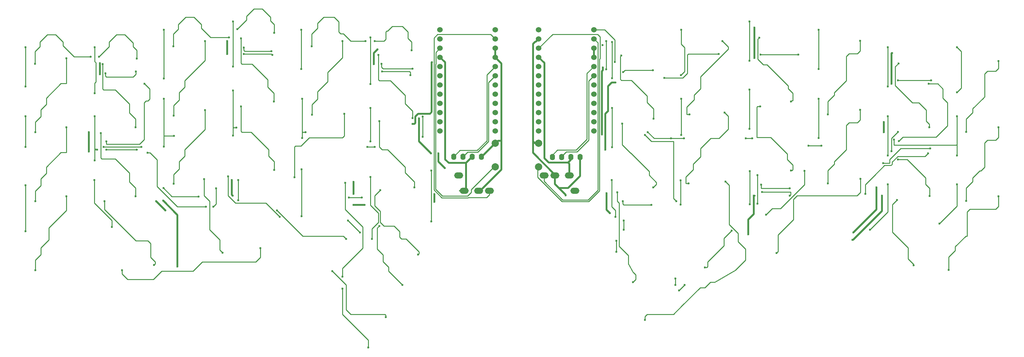
<source format=gbr>
%TF.GenerationSoftware,KiCad,Pcbnew,(5.1.6-0-10_14)*%
%TF.CreationDate,2020-09-28T20:18:44+02:00*%
%TF.ProjectId,corne-cherry,636f726e-652d-4636-9865-7272792e6b69,3.0*%
%TF.SameCoordinates,Original*%
%TF.FileFunction,Copper,L1,Top*%
%TF.FilePolarity,Positive*%
%FSLAX46Y46*%
G04 Gerber Fmt 4.6, Leading zero omitted, Abs format (unit mm)*
G04 Created by KiCad (PCBNEW (5.1.6-0-10_14)) date 2020-09-28 20:18:44*
%MOMM*%
%LPD*%
G01*
G04 APERTURE LIST*
%TA.AperFunction,ComponentPad*%
%ADD10O,2.500000X1.700000*%
%TD*%
%TA.AperFunction,ComponentPad*%
%ADD11C,1.524000*%
%TD*%
%TA.AperFunction,ComponentPad*%
%ADD12O,1.397000X1.778000*%
%TD*%
%TA.AperFunction,ComponentPad*%
%ADD13C,2.000000*%
%TD*%
%TA.AperFunction,ViaPad*%
%ADD14C,0.600000*%
%TD*%
%TA.AperFunction,Conductor*%
%ADD15C,0.250000*%
%TD*%
%TA.AperFunction,Conductor*%
%ADD16C,0.508000*%
%TD*%
%TA.AperFunction,Conductor*%
%ADD17C,0.500000*%
%TD*%
%TA.AperFunction,Conductor*%
%ADD18C,0.254000*%
%TD*%
G04 APERTURE END LIST*
D10*
%TO.P,J3,B*%
%TO.N,data_r*%
X155837500Y-72170000D03*
%TO.P,J3,C*%
%TO.N,GNDA*%
X158837500Y-72170000D03*
%TO.P,J3,D*%
%TO.N,VDD*%
X162837500Y-72170000D03*
%TO.P,J3,A*%
%TO.N,Net-(J3-PadA)*%
X164337500Y-76370000D03*
%TD*%
%TO.P,J1,B*%
%TO.N,data*%
X140834500Y-76392000D03*
%TO.P,J1,C*%
%TO.N,GND*%
X137834500Y-76392000D03*
%TO.P,J1,D*%
%TO.N,VCC*%
X133834500Y-76392000D03*
%TO.P,J1,A*%
%TO.N,Net-(J1-PadA)*%
X132334500Y-72192000D03*
%TD*%
D11*
%TO.P,U1,24*%
%TO.N,Net-(U1-Pad24)*%
X127203900Y-31942000D03*
%TO.P,U1,23*%
%TO.N,GND*%
X127203900Y-34482000D03*
%TO.P,U1,22*%
%TO.N,reset*%
X127203900Y-37022000D03*
%TO.P,U1,21*%
%TO.N,VCC*%
X127203900Y-39562000D03*
%TO.P,U1,20*%
%TO.N,col0*%
X127203900Y-42102000D03*
%TO.P,U1,19*%
%TO.N,col1*%
X127203900Y-44642000D03*
%TO.P,U1,18*%
%TO.N,col2*%
X127203900Y-47182000D03*
%TO.P,U1,17*%
%TO.N,col3*%
X127203900Y-49722000D03*
%TO.P,U1,16*%
%TO.N,col4*%
X127203900Y-52262000D03*
%TO.P,U1,15*%
%TO.N,col5*%
X127203900Y-54802000D03*
%TO.P,U1,14*%
%TO.N,Net-(U1-Pad14)*%
X127203900Y-57342000D03*
%TO.P,U1,13*%
%TO.N,Net-(U1-Pad13)*%
X127203900Y-59882000D03*
%TO.P,U1,12*%
%TO.N,Net-(U1-Pad12)*%
X142423900Y-59882000D03*
%TO.P,U1,11*%
%TO.N,Net-(U1-Pad11)*%
X142423900Y-57342000D03*
%TO.P,U1,10*%
%TO.N,row3*%
X142423900Y-54802000D03*
%TO.P,U1,9*%
%TO.N,row2*%
X142423900Y-52262000D03*
%TO.P,U1,8*%
%TO.N,row1*%
X142423900Y-49722000D03*
%TO.P,U1,7*%
%TO.N,row0*%
X142423900Y-47182000D03*
%TO.P,U1,6*%
%TO.N,SCL*%
X142423900Y-44642000D03*
%TO.P,U1,5*%
%TO.N,SDA*%
X142423900Y-42102000D03*
%TO.P,U1,4*%
%TO.N,GND*%
X142423900Y-39562000D03*
%TO.P,U1,3*%
X142423900Y-37022000D03*
%TO.P,U1,2*%
%TO.N,data*%
X142423900Y-34482000D03*
%TO.P,U1,1*%
%TO.N,LED*%
X142423900Y-31942000D03*
%TD*%
%TO.P,U2,24*%
%TO.N,Net-(U2-Pad24)*%
X154378900Y-31912000D03*
%TO.P,U2,23*%
%TO.N,GNDA*%
X154378900Y-34452000D03*
%TO.P,U2,22*%
%TO.N,reset_r*%
X154378900Y-36992000D03*
%TO.P,U2,21*%
%TO.N,VDD*%
X154378900Y-39532000D03*
%TO.P,U2,20*%
%TO.N,col0_r*%
X154378900Y-42072000D03*
%TO.P,U2,19*%
%TO.N,col1_r*%
X154378900Y-44612000D03*
%TO.P,U2,18*%
%TO.N,col2_r*%
X154378900Y-47152000D03*
%TO.P,U2,17*%
%TO.N,col3_r*%
X154378900Y-49692000D03*
%TO.P,U2,16*%
%TO.N,col4_r*%
X154378900Y-52232000D03*
%TO.P,U2,15*%
%TO.N,col5_r*%
X154378900Y-54772000D03*
%TO.P,U2,14*%
%TO.N,Net-(U2-Pad14)*%
X154378900Y-57312000D03*
%TO.P,U2,13*%
%TO.N,Net-(U2-Pad13)*%
X154378900Y-59852000D03*
%TO.P,U2,12*%
%TO.N,Net-(U2-Pad12)*%
X169598900Y-59852000D03*
%TO.P,U2,11*%
%TO.N,Net-(U2-Pad11)*%
X169598900Y-57312000D03*
%TO.P,U2,10*%
%TO.N,row3_r*%
X169598900Y-54772000D03*
%TO.P,U2,9*%
%TO.N,row2_r*%
X169598900Y-52232000D03*
%TO.P,U2,8*%
%TO.N,row1_r*%
X169598900Y-49692000D03*
%TO.P,U2,7*%
%TO.N,row0_r*%
X169598900Y-47152000D03*
%TO.P,U2,6*%
%TO.N,SCL_r*%
X169598900Y-44612000D03*
%TO.P,U2,5*%
%TO.N,SDA_r*%
X169598900Y-42072000D03*
%TO.P,U2,4*%
%TO.N,GNDA*%
X169598900Y-39532000D03*
%TO.P,U2,3*%
X169598900Y-36992000D03*
%TO.P,U2,2*%
%TO.N,data_r*%
X169598900Y-34452000D03*
%TO.P,U2,1*%
%TO.N,LED_r*%
X169598900Y-31912000D03*
%TD*%
D12*
%TO.P,J4,4*%
%TO.N,SDA_r*%
X158164500Y-67045000D03*
%TO.P,J4,3*%
%TO.N,SCL_r*%
X160704500Y-67045000D03*
%TO.P,J4,2*%
%TO.N,VDD*%
X163244500Y-67045000D03*
%TO.P,J4,1*%
%TO.N,GNDA*%
X165784500Y-67045000D03*
%TD*%
%TO.P,J2,4*%
%TO.N,GND*%
X138568500Y-67028000D03*
%TO.P,J2,3*%
%TO.N,VCC*%
X136028500Y-67028000D03*
%TO.P,J2,2*%
%TO.N,SCL*%
X133488500Y-67028000D03*
%TO.P,J2,1*%
%TO.N,SDA*%
X130948500Y-67028000D03*
%TD*%
D13*
%TO.P,RSW2,2*%
%TO.N,GNDA*%
X154304500Y-63272000D03*
%TO.P,RSW2,1*%
%TO.N,reset_r*%
X154304500Y-69772000D03*
%TD*%
%TO.P,RSW1,2*%
%TO.N,GND*%
X142424500Y-63281000D03*
%TO.P,RSW1,1*%
%TO.N,reset*%
X142424500Y-69781000D03*
%TD*%
D14*
%TO.N,row1*%
X122428000Y-55880000D03*
X122428000Y-61468000D03*
%TO.N,row2*%
X109220000Y-64262000D03*
X107188000Y-64262000D03*
%TO.N,row3*%
X124807500Y-70805000D03*
X101854000Y-84582000D03*
X105156000Y-87884000D03*
X124782499Y-84879999D03*
%TO.N,GND*%
X103378000Y-77216000D03*
X103378000Y-73914000D03*
X69850000Y-73406000D03*
X70104000Y-77724000D03*
X125641000Y-77305000D03*
X125641000Y-79413000D03*
X51562000Y-81788000D03*
X49022000Y-79248000D03*
X121412000Y-56388000D03*
X124714000Y-66040000D03*
X126746000Y-66040000D03*
X128524000Y-70104000D03*
%TO.N,VCC*%
X124957510Y-40905000D03*
X119634000Y-57912000D03*
X54864000Y-97282000D03*
X50927000Y-79121000D03*
%TO.N,col0*%
X13022500Y-74861500D03*
X13022500Y-55811500D03*
X13022500Y-36761500D03*
X13022500Y-47566500D03*
X13022500Y-64262000D03*
X34544000Y-64262000D03*
X44958000Y-64262000D03*
%TO.N,col1*%
X32072500Y-55811500D03*
X32072500Y-36761500D03*
X32072500Y-49461500D03*
X32072500Y-68003500D03*
X43688000Y-65024000D03*
X35306000Y-65024000D03*
X32766000Y-65024000D03*
X32004000Y-73406000D03*
X36830000Y-86360000D03*
%TO.N,col2*%
X51122500Y-50985500D03*
X51122500Y-31935500D03*
X51122500Y-45397500D03*
X51122500Y-64193500D03*
X51022500Y-75660500D03*
X60706000Y-77978000D03*
X53916500Y-61276000D03*
%TO.N,col3*%
X70172500Y-48699500D03*
X70172500Y-29649500D03*
X70172500Y-42095500D03*
X70172500Y-61145500D03*
X71120000Y-58928000D03*
X68834000Y-72390000D03*
X83058000Y-83566000D03*
%TO.N,col4*%
X89222500Y-50985500D03*
X89222500Y-61790500D03*
X88968500Y-31935500D03*
X88968500Y-42740500D03*
X90170000Y-60198000D03*
X89022500Y-70489500D03*
X89022500Y-83434500D03*
%TO.N,col5*%
X108018500Y-53525500D03*
X108018500Y-62738000D03*
X108018500Y-34036000D03*
X108018500Y-46921500D03*
X108022500Y-72571500D03*
X108458000Y-89662000D03*
%TO.N,LED*%
X111095000Y-41305000D03*
X119634000Y-42672000D03*
%TO.N,row0_r*%
X172974000Y-42860000D03*
X172974000Y-35052000D03*
%TO.N,row1_r*%
X177662500Y-43622000D03*
X215508500Y-38796000D03*
X225922500Y-38796000D03*
X262498500Y-45908000D03*
X253354500Y-45908000D03*
X185862000Y-43114000D03*
%TO.N,row2_r*%
X262244500Y-64704000D03*
X249290500Y-68768000D03*
X232272500Y-63942000D03*
X228716500Y-63942000D03*
X194426500Y-61910000D03*
X190870500Y-61910000D03*
X211444500Y-61910000D03*
X213222500Y-61910000D03*
X184404000Y-60198000D03*
%TO.N,row3_r*%
X183642000Y-60960000D03*
X192278000Y-79248000D03*
%TO.N,LED_r*%
X175376500Y-40828000D03*
%TO.N,col0_r*%
X269562500Y-49210000D03*
X269562500Y-66616500D03*
X264736500Y-85412500D03*
X269562500Y-74607500D03*
X269562500Y-55811500D03*
X269562500Y-36761500D03*
X252222000Y-62230000D03*
%TO.N,col1_r*%
X250512500Y-74607500D03*
X250512500Y-66616500D03*
X250512500Y-47566500D03*
X250512500Y-55811500D03*
X250512500Y-36761500D03*
X245618000Y-87122000D03*
%TO.N,col2_r*%
X231462500Y-61790500D03*
X231462500Y-50985500D03*
X231462500Y-42740500D03*
X231462500Y-31935500D03*
X216999500Y-82974500D03*
X227584000Y-70866000D03*
%TO.N,col3_r*%
X212412500Y-59250500D03*
X212412500Y-48445500D03*
X212412500Y-40454500D03*
X212412500Y-29649500D03*
X212529500Y-70985000D03*
X212529500Y-80078500D03*
%TO.N,col4_r*%
X193479500Y-73525000D03*
X193616500Y-60960000D03*
X193616500Y-50985500D03*
X193616500Y-31935500D03*
X193548000Y-44450000D03*
X192024000Y-102362000D03*
X192024000Y-100584000D03*
X193479500Y-80195500D03*
%TO.N,col5_r*%
X174566500Y-64330500D03*
X174566500Y-53525500D03*
X174566500Y-45280500D03*
X174566500Y-35306000D03*
X174529500Y-73406000D03*
%TO.N,VDD*%
X172074500Y-42352000D03*
X248920000Y-77724000D03*
X240792000Y-89916000D03*
X171787500Y-54069000D03*
%TO.N,GNDA*%
X171934500Y-36205000D03*
X161807500Y-77705000D03*
X247396000Y-75438000D03*
X241046000Y-87884000D03*
X212090000Y-88392000D03*
X213614000Y-77724000D03*
X172720000Y-65024000D03*
X173482000Y-54356000D03*
%TO.N,Net-(LED1-Pad2)*%
X45830000Y-46880000D03*
X35306000Y-62738000D03*
%TO.N,Net-(LED1-Pad4)*%
X81026000Y-38862000D03*
X73152000Y-38608000D03*
X43434000Y-43434000D03*
X35052000Y-43942000D03*
%TO.N,Net-(LED2-Pad4)*%
X119071000Y-44505000D03*
X111252000Y-43434000D03*
X80772000Y-37846000D03*
X73152000Y-36830000D03*
%TO.N,Net-(LED10-Pad2)*%
X53752000Y-36480000D03*
X69088000Y-34036000D03*
X71374000Y-31750000D03*
X81534000Y-32766000D03*
%TO.N,Net-(LED11-Pad4)*%
X119380000Y-37592000D03*
X91852000Y-36480000D03*
X106680000Y-35052000D03*
X109220000Y-35052000D03*
%TO.N,Net-(LED13-Pad4)*%
X15748000Y-60198000D03*
X24336000Y-39830000D03*
%TO.N,Net-(LED14-Pad2)*%
X43386000Y-58880000D03*
X34290000Y-41402000D03*
%TO.N,Net-(LED15-Pad4)*%
X53848000Y-55626000D03*
X62484000Y-35052000D03*
%TO.N,Net-(LED10-Pad4)*%
X72390000Y-34290000D03*
X81486000Y-51768000D03*
%TO.N,Net-(LED11-Pad2)*%
X91948000Y-55372000D03*
X100330000Y-35052000D03*
%TO.N,Net-(LED12-Pad4)*%
X119634000Y-56340000D03*
X110236000Y-38862000D03*
%TO.N,Net-(LED13-Pad2)*%
X24336000Y-58880000D03*
X15748000Y-79248000D03*
%TO.N,Net-(LED14-Pad4)*%
X33782000Y-60452000D03*
X43386000Y-77930000D03*
%TO.N,Net-(LED16-Pad4)*%
X72390000Y-53086000D03*
X81534000Y-70612000D03*
%TO.N,Net-(LED17-Pad2)*%
X87122000Y-72644000D03*
X100838000Y-55118000D03*
%TO.N,Net-(LED18-Pad4)*%
X110490000Y-57150000D03*
X120125000Y-75455000D03*
%TO.N,Net-(LED22-Pad4)*%
X71628000Y-73406000D03*
X71628000Y-78994000D03*
X82296000Y-81788000D03*
X101346000Y-89662000D03*
%TO.N,Net-(LED24-Pad4)*%
X110744000Y-76200000D03*
X121158000Y-93980000D03*
%TO.N,Net-(LED25-Pad4)*%
X97536000Y-98552000D03*
X112268000Y-111252000D03*
%TO.N,Net-(LED27-Pad4)*%
X116840000Y-102362000D03*
X110490000Y-86106000D03*
%TO.N,Net-(LED28-Pad2)*%
X253608500Y-62672000D03*
X261764000Y-46880000D03*
%TO.N,Net-(LED29-Pad4)*%
X203962000Y-38608000D03*
X188976000Y-45212000D03*
%TO.N,Net-(LED32-Pad2)*%
X223489000Y-77755000D03*
X215900000Y-76708000D03*
X185420000Y-80264000D03*
X177546000Y-79248000D03*
%TO.N,Net-(LED34-Pad2)*%
X281040500Y-40574000D03*
X272150500Y-60132000D03*
%TO.N,Net-(LED35-Pad4)*%
X253502500Y-41230000D03*
X261990500Y-58862000D03*
%TO.N,Net-(LED37-Pad4)*%
X215119500Y-34105000D03*
X223890500Y-51750000D03*
%TO.N,Net-(LED38-Pad2)*%
X205000500Y-35080000D03*
X195950500Y-55306000D03*
%TO.N,Net-(LED39-Pad4)*%
X177154500Y-39050000D03*
X177154500Y-39050000D03*
X186044500Y-56455000D03*
%TO.N,Net-(LED4-Pad2)*%
X46642000Y-65880000D03*
X65532000Y-75692000D03*
X62738000Y-80772000D03*
X64770000Y-80772000D03*
%TO.N,Net-(LED5-Pad2)*%
X105664000Y-78232000D03*
X102108000Y-78232000D03*
%TO.N,Net-(LED7-Pad4)*%
X43688000Y-39878000D03*
X15652000Y-41306000D03*
X30988000Y-39370000D03*
X33274000Y-39370000D03*
%TO.N,Net-(LED15-Pad2)*%
X62484000Y-54102000D03*
X53848000Y-74422000D03*
%TO.N,Net-(LED20-Pad4)*%
X34798000Y-79248000D03*
X48408000Y-96880000D03*
%TO.N,Net-(LED23-Pad2)*%
X101092000Y-74168000D03*
X107442000Y-119634000D03*
X100330000Y-103378000D03*
X100330000Y-100076000D03*
%TO.N,Net-(LED31-Pad2)*%
X261620000Y-66040000D03*
X244348000Y-77216000D03*
X223520000Y-75692000D03*
X215646000Y-74676000D03*
%TO.N,Net-(LED33-Pad2)*%
X177800000Y-84582000D03*
X177800000Y-87122000D03*
X175768000Y-90170000D03*
X175768000Y-93218000D03*
%TO.N,Net-(LED40-Pad2)*%
X272150500Y-79182000D03*
X281008500Y-58830000D03*
%TO.N,Net-(LED41-Pad4)*%
X262072500Y-77830000D03*
X253354500Y-60132000D03*
X251576500Y-65466000D03*
X253354500Y-67752000D03*
%TO.N,Net-(LED42-Pad2)*%
X234050500Y-74356000D03*
X242908500Y-54004000D03*
%TO.N,Net-(LED43-Pad4)*%
X215423500Y-53105000D03*
X223890500Y-70800000D03*
%TO.N,Net-(LED44-Pad2)*%
X205602500Y-54798000D03*
X195696500Y-74356000D03*
%TO.N,Net-(LED45-Pad4)*%
X177408500Y-57846000D03*
X185961500Y-75455000D03*
%TO.N,Net-(LED47-Pad4)*%
X253100500Y-78928000D03*
X257672500Y-96962000D03*
%TO.N,Net-(LED49-Pad4)*%
X214630000Y-72105000D03*
X214630000Y-79907500D03*
X207518000Y-87376000D03*
X200152000Y-97536000D03*
%TO.N,Net-(LED50-Pad2)*%
X205856500Y-73848000D03*
X183642000Y-112014000D03*
%TO.N,Net-(LED51-Pad4)*%
X176022000Y-76855000D03*
X180340000Y-101600000D03*
%TO.N,Net-(LED52-Pad4)*%
X194564000Y-102362000D03*
X193040000Y-103886000D03*
%TO.N,Net-(LED36-Pad2)*%
X234050500Y-55306000D03*
X242908500Y-34954000D03*
%TO.N,Net-(LED19-Pad2)*%
X15748000Y-98298000D03*
X24336000Y-77930000D03*
%TO.N,Net-(LED46-Pad2)*%
X267324500Y-98232000D03*
X281008500Y-77880000D03*
%TO.N,Net-(LED21-Pad2)*%
X62230000Y-73152000D03*
X67310000Y-93472000D03*
%TO.N,Net-(LED48-Pad2)*%
X243006000Y-73080000D03*
X219839000Y-93597000D03*
%TO.N,GND*%
X30480000Y-65532000D03*
X30480000Y-60198000D03*
X33528000Y-44196000D03*
X33528000Y-41148000D03*
X106426000Y-80264000D03*
X103378000Y-80264000D03*
X108966000Y-41402000D03*
X109982000Y-37338000D03*
X68580000Y-38608000D03*
X68580000Y-35052000D03*
%TO.N,col0*%
X13022500Y-87561500D03*
%TO.N,col5_r*%
X175514000Y-83566000D03*
%TO.N,GNDA*%
X213745000Y-39755000D03*
X213745000Y-31373000D03*
X173090520Y-77078520D03*
X173990000Y-82550000D03*
X249428000Y-60198000D03*
X249428000Y-57404000D03*
X175514000Y-46482000D03*
X251570000Y-46880000D03*
X251714000Y-38354000D03*
%TO.N,Net-(LED56-Pad4)*%
X39624000Y-98298000D03*
X77724000Y-92202000D03*
%TD*%
D15*
%TO.N,row1*%
X122428000Y-55880000D02*
X122428000Y-61468000D01*
%TO.N,row2*%
X109220000Y-64262000D02*
X107188000Y-64262000D01*
X107188000Y-64262000D02*
X107188000Y-64262000D01*
%TO.N,row3*%
X124782499Y-70830001D02*
X124807500Y-70805000D01*
X124782499Y-84879999D02*
X124782499Y-84879999D01*
X101854000Y-84582000D02*
X104902000Y-87630000D01*
X104902000Y-87630000D02*
X105156000Y-87884000D01*
X105156000Y-87884000D02*
X105156000Y-87884000D01*
X124782499Y-84879999D02*
X124782499Y-70830001D01*
D16*
%TO.N,GND*%
X142423900Y-37022000D02*
X142423900Y-39562000D01*
X144134500Y-41272600D02*
X144134500Y-62571000D01*
X142423900Y-39562000D02*
X144134500Y-41272600D01*
X138677500Y-67028000D02*
X138568500Y-67028000D01*
X142424500Y-63281000D02*
X138677500Y-67028000D01*
X143134500Y-62571000D02*
X142424500Y-63281000D01*
X144134500Y-62571000D02*
X143134500Y-62571000D01*
X138302500Y-76392000D02*
X138568500Y-76658000D01*
X138256500Y-76392000D02*
X138302500Y-76392000D01*
X144134500Y-70514000D02*
X138256500Y-76392000D01*
X144134500Y-62571000D02*
X144134500Y-70514000D01*
D17*
X103378000Y-73914000D02*
X103378000Y-77216000D01*
X69850000Y-73406000D02*
X69850000Y-77470000D01*
X69850000Y-77470000D02*
X70104000Y-77724000D01*
X70104000Y-77724000D02*
X70104000Y-77724000D01*
X125641000Y-77305000D02*
X125641000Y-79083000D01*
X125641000Y-79083000D02*
X125641000Y-79413000D01*
X125641000Y-79413000D02*
X125641000Y-79413000D01*
X51562000Y-81788000D02*
X49022000Y-79248000D01*
X49022000Y-79248000D02*
X49022000Y-79248000D01*
X121412000Y-56388000D02*
X121412000Y-61562002D01*
X121412000Y-61562002D02*
X121412000Y-62738000D01*
X121412000Y-62738000D02*
X124714000Y-66040000D01*
X124714000Y-66040000D02*
X124714000Y-66040000D01*
X126746000Y-66040000D02*
X126746000Y-68326000D01*
X126746000Y-68326000D02*
X128524000Y-70104000D01*
X128524000Y-70104000D02*
X128524000Y-70104000D01*
D16*
%TO.N,VCC*%
X128627500Y-40937000D02*
X128627500Y-67737000D01*
X128419901Y-40778001D02*
X128468501Y-40778001D01*
X128468501Y-40778001D02*
X128627500Y-40937000D01*
X127203900Y-39562000D02*
X128419901Y-40778001D01*
X133834500Y-76392000D02*
X132682500Y-76392000D01*
X134326500Y-68730000D02*
X136028500Y-67028000D01*
X129620500Y-68730000D02*
X134326500Y-68730000D01*
X128627500Y-67737000D02*
X129620500Y-68730000D01*
D17*
X133834500Y-76176500D02*
X133834500Y-76392000D01*
X54864000Y-83058000D02*
X54864000Y-94488000D01*
X54864000Y-94488000D02*
X54864000Y-97282000D01*
X50927000Y-79121000D02*
X54864000Y-83058000D01*
X120396000Y-57658000D02*
X120142000Y-57912000D01*
X120142000Y-57912000D02*
X119634000Y-57912000D01*
X124460000Y-55118000D02*
X121158000Y-55118000D01*
X120396000Y-55880000D02*
X120396000Y-57658000D01*
X124907500Y-54670500D02*
X124460000Y-55118000D01*
X124957510Y-40905000D02*
X124907500Y-40955010D01*
X121158000Y-55118000D02*
X120396000Y-55880000D01*
X124907500Y-40955010D02*
X124907500Y-54670500D01*
D15*
%TO.N,col0*%
X13022500Y-36761500D02*
X13022500Y-47566500D01*
X13022500Y-47566500D02*
X13022500Y-47566500D01*
X13022500Y-55811500D02*
X13022500Y-63822500D01*
X13022500Y-63822500D02*
X13022500Y-64262000D01*
X13022500Y-63822500D02*
X13022500Y-64008000D01*
X43688000Y-64262000D02*
X43688000Y-64262000D01*
X35306000Y-64262000D02*
X34544000Y-64262000D01*
X44958000Y-64262000D02*
X35306000Y-64262000D01*
%TO.N,col1*%
X32072500Y-49461500D02*
X32072500Y-49461500D01*
X32072500Y-66616500D02*
X32072500Y-68003500D01*
X32072500Y-68003500D02*
X32072500Y-68003500D01*
X32072500Y-64955500D02*
X32326500Y-64955500D01*
X32072500Y-65209500D02*
X32326500Y-64955500D01*
X32072500Y-64701500D02*
X32072500Y-64955500D01*
X32072500Y-64955500D02*
X32072500Y-66616500D01*
X32072500Y-64701500D02*
X32326500Y-64955500D01*
X32072500Y-55811500D02*
X32072500Y-64447500D01*
X32072500Y-64447500D02*
X32072500Y-64701500D01*
X36830000Y-84582000D02*
X36830000Y-84582000D01*
X36830000Y-84582000D02*
X36830000Y-84582000D01*
X36830000Y-84582000D02*
X36830000Y-86360000D01*
X32004000Y-79756000D02*
X36830000Y-84582000D01*
X32004000Y-73406000D02*
X32004000Y-79756000D01*
X35306000Y-65024000D02*
X43688000Y-65024000D01*
X32697500Y-64955500D02*
X32766000Y-65024000D01*
X32326500Y-64955500D02*
X32697500Y-64955500D01*
%TO.N,col2*%
X51122500Y-31935500D02*
X51122500Y-42740500D01*
X51122500Y-42740500D02*
X51122500Y-45143500D01*
X51122500Y-45143500D02*
X51122500Y-45397500D01*
X51122500Y-45397500D02*
X51122500Y-45397500D01*
X51122500Y-64193500D02*
X51122500Y-64193500D01*
X51122500Y-61790500D02*
X51122500Y-64193500D01*
X51122500Y-50985500D02*
X51122500Y-61399500D01*
X51122500Y-61399500D02*
X51122500Y-61790500D01*
X51022500Y-75660500D02*
X53340000Y-77978000D01*
X53340000Y-77978000D02*
X53340000Y-77978000D01*
X53340000Y-77978000D02*
X60706000Y-77978000D01*
X60706000Y-77978000D02*
X60706000Y-77978000D01*
X51122500Y-61276000D02*
X53916500Y-61276000D01*
X53916500Y-61276000D02*
X53916500Y-61276000D01*
%TO.N,col3*%
X70172500Y-29649500D02*
X70172500Y-40454500D01*
X70172500Y-40454500D02*
X70172500Y-42095500D01*
X70172500Y-42095500D02*
X70172500Y-42095500D01*
X70172500Y-59504500D02*
X70172500Y-61145500D01*
X70172500Y-61145500D02*
X70172500Y-61145500D01*
D18*
X71120000Y-58928000D02*
X70241000Y-58928000D01*
D15*
X70172500Y-58742500D02*
X70358000Y-58928000D01*
X70172500Y-58234500D02*
X70172500Y-58488500D01*
X70172500Y-48699500D02*
X70172500Y-58234500D01*
X70172500Y-58234500D02*
X70172500Y-58605500D01*
X70172500Y-59113500D02*
X70358000Y-58928000D01*
X70172500Y-58605500D02*
X70172500Y-58859500D01*
X70172500Y-58859500D02*
X70172500Y-59504500D01*
X68834000Y-72390000D02*
X68834000Y-77724000D01*
X68834000Y-77724000D02*
X70866000Y-79756000D01*
X83058000Y-83566000D02*
X81280000Y-81788000D01*
X81280000Y-81788000D02*
X79248000Y-79756000D01*
X70866000Y-79756000D02*
X79248000Y-79756000D01*
%TO.N,col4*%
X88968500Y-31935500D02*
X88968500Y-42740500D01*
D18*
X89408000Y-60198000D02*
X89291000Y-60198000D01*
X90170000Y-60198000D02*
X89408000Y-60198000D01*
D15*
X89222500Y-60012500D02*
X89408000Y-60198000D01*
X89222500Y-59758500D02*
X89222500Y-60129500D01*
X89408000Y-60198000D02*
X89222500Y-60383500D01*
X89222500Y-60129500D02*
X89222500Y-60383500D01*
X89222500Y-59367500D02*
X89222500Y-61790500D01*
X89222500Y-50985500D02*
X89222500Y-59367500D01*
X89022500Y-70489500D02*
X89022500Y-79116500D01*
X89022500Y-79116500D02*
X89022500Y-83434500D01*
X89022500Y-83434500D02*
X89022500Y-83434500D01*
%TO.N,col5*%
X108018500Y-46921500D02*
X108018500Y-46921500D01*
X108018500Y-34475500D02*
X108018500Y-34036000D01*
X108018500Y-46921500D02*
X108018500Y-34475500D01*
X108018500Y-62738000D02*
X108018500Y-60774500D01*
X108018500Y-60774500D02*
X108018500Y-53525500D01*
X108022500Y-72571500D02*
X108022500Y-77143500D01*
X108458000Y-89662000D02*
X108458000Y-86868000D01*
X108458000Y-86868000D02*
X110236000Y-85090000D01*
X110236000Y-85090000D02*
X110236000Y-82550000D01*
X108022500Y-80336500D02*
X108022500Y-77143500D01*
X110236000Y-82550000D02*
X108022500Y-80336500D01*
%TO.N,LED*%
X111095000Y-41305000D02*
X111095000Y-42261000D01*
X111095000Y-42261000D02*
X111506000Y-42672000D01*
X111506000Y-42672000D02*
X119126000Y-42672000D01*
X119126000Y-42672000D02*
X119634000Y-42672000D01*
X119634000Y-42672000D02*
X119634000Y-42672000D01*
D18*
%TO.N,data*%
X125534502Y-34193998D02*
X125534502Y-40554028D01*
X125534502Y-40554028D02*
X125584512Y-40604038D01*
X125534502Y-41255972D02*
X125534502Y-75370986D01*
X140834500Y-77496000D02*
X140834500Y-76392000D01*
X126514500Y-33214000D02*
X125534502Y-34193998D01*
X134969536Y-78300000D02*
X134986538Y-78282998D01*
X142423900Y-34482000D02*
X141155900Y-33214000D01*
X125584512Y-40604038D02*
X125584512Y-41205962D01*
X134986538Y-78282998D02*
X140047502Y-78282998D01*
X141155900Y-33214000D02*
X126514500Y-33214000D01*
X125584512Y-41205962D02*
X125534502Y-41255972D01*
X140047502Y-78282998D02*
X140834500Y-77496000D01*
D15*
X125534502Y-75370986D02*
X125534502Y-76141498D01*
X127693004Y-78300000D02*
X128592000Y-78300000D01*
X125534502Y-76141498D02*
X127693004Y-78300000D01*
D18*
X128592000Y-78300000D02*
X134969536Y-78300000D01*
X128463516Y-78300000D02*
X128592000Y-78300000D01*
%TO.N,reset*%
X135807500Y-76040000D02*
X142066500Y-69781000D01*
X135807500Y-76819968D02*
X135807500Y-76040000D01*
X125988513Y-41444029D02*
X125988513Y-75182929D01*
X134787468Y-77840000D02*
X135807500Y-76819968D01*
X142066500Y-69781000D02*
X142424500Y-69781000D01*
X126038522Y-41394020D02*
X125988513Y-41444029D01*
X128645584Y-77840000D02*
X134787468Y-77840000D01*
X126038522Y-38187378D02*
X126038522Y-41394020D01*
X127203900Y-37022000D02*
X126038522Y-38187378D01*
D15*
X128645584Y-77840000D02*
X127878000Y-77840000D01*
X127878000Y-77840000D02*
X125984512Y-75946512D01*
X125988513Y-75942511D02*
X125988513Y-75182929D01*
X125984512Y-75946512D02*
X125988513Y-75942511D01*
D18*
%TO.N,SCL*%
X134186999Y-66329501D02*
X133488500Y-67028000D01*
X142423900Y-44642000D02*
X140558511Y-46507389D01*
X134808489Y-65708011D02*
X134186999Y-66329501D01*
X140558510Y-62742058D02*
X137592557Y-65708011D01*
X137592557Y-65708011D02*
X134808489Y-65708011D01*
X140558511Y-46507389D02*
X140558510Y-62742058D01*
%TO.N,SDA*%
X137404500Y-65254000D02*
X132704500Y-65254000D01*
X132704500Y-65254000D02*
X130948500Y-67010000D01*
X140104500Y-44421400D02*
X140104500Y-62554000D01*
X140104500Y-62554000D02*
X137404500Y-65254000D01*
X130948500Y-67010000D02*
X130948500Y-67028000D01*
X142423900Y-42102000D02*
X140104500Y-44421400D01*
D15*
%TO.N,row0_r*%
X172974000Y-35306000D02*
X172974000Y-35052000D01*
X172974000Y-35052000D02*
X172974000Y-35052000D01*
X172974000Y-37917500D02*
X172974000Y-42860000D01*
X172974000Y-38100000D02*
X172974000Y-37917500D01*
X172974000Y-37917500D02*
X172974000Y-35306000D01*
%TO.N,row1_r*%
X177662500Y-43622000D02*
X178170500Y-43114000D01*
X178170500Y-43114000D02*
X185282500Y-43114000D01*
X224652500Y-38796000D02*
X224652500Y-38796000D01*
X224652500Y-38796000D02*
X225922500Y-38796000D01*
X215508500Y-38796000D02*
X224652500Y-38796000D01*
X253354500Y-45908000D02*
X262498500Y-45908000D01*
X185282500Y-43114000D02*
X185862000Y-43114000D01*
X185862000Y-43114000D02*
X185862000Y-43114000D01*
%TO.N,row2_r*%
X262244500Y-64704000D02*
X254116500Y-64704000D01*
X254116500Y-64704000D02*
X251068500Y-67752000D01*
X251068500Y-67752000D02*
X251068500Y-68768000D01*
X251068500Y-68768000D02*
X249290500Y-68768000D01*
X249290500Y-68768000D02*
X249290500Y-68768000D01*
X232272500Y-63942000D02*
X228716500Y-63942000D01*
X194426500Y-61910000D02*
X190870500Y-61910000D01*
X211444500Y-61910000D02*
X213222500Y-61910000D01*
X186116000Y-61910000D02*
X186055000Y-61849000D01*
X190870500Y-61910000D02*
X186116000Y-61910000D01*
X186055000Y-61849000D02*
X184404000Y-60198000D01*
%TO.N,row3_r*%
X192278000Y-79248000D02*
X192278000Y-79248000D01*
X191516000Y-62738000D02*
X191516000Y-78486000D01*
X185420000Y-62738000D02*
X191516000Y-62738000D01*
X191516000Y-78486000D02*
X192278000Y-79248000D01*
X183642000Y-60960000D02*
X185420000Y-62738000D01*
D18*
%TO.N,data_r*%
X155837500Y-72170000D02*
X155837500Y-73170000D01*
X160968489Y-78890989D02*
X155837500Y-73760000D01*
X167954443Y-78890989D02*
X160968489Y-78890989D01*
X170646488Y-76198944D02*
X167954443Y-78890989D01*
X170646488Y-60155982D02*
X170646488Y-76198944D01*
X170687901Y-60114569D02*
X170646488Y-60155982D01*
X170687901Y-35537001D02*
X170687901Y-60114569D01*
X155837500Y-73760000D02*
X155837500Y-72170000D01*
X169603900Y-34453000D02*
X170687901Y-35537001D01*
%TO.N,SDA_r*%
X169603900Y-42073000D02*
X167674500Y-44002400D01*
X158039500Y-66680000D02*
X158039500Y-67015000D01*
X164648511Y-65170989D02*
X159548511Y-65170989D01*
X167674500Y-44002400D02*
X167674500Y-62145000D01*
X159548511Y-65170989D02*
X158039500Y-66680000D01*
X167674500Y-62145000D02*
X164648511Y-65170989D01*
%TO.N,SCL_r*%
X161969500Y-65625000D02*
X160579500Y-67015000D01*
X168128511Y-46088389D02*
X168128511Y-62390989D01*
X164894500Y-65625000D02*
X161969500Y-65625000D01*
X169603900Y-44613000D02*
X168128511Y-46088389D01*
X168128511Y-62390989D02*
X164894500Y-65625000D01*
D15*
%TO.N,LED_r*%
X175376500Y-40320000D02*
X175376500Y-40828000D01*
X175376500Y-34732000D02*
X175376500Y-40320000D01*
X172556500Y-31912000D02*
X175376500Y-34732000D01*
X169643900Y-31912000D02*
X172556500Y-31912000D01*
D18*
%TO.N,reset_r*%
X154057500Y-70019000D02*
X154304500Y-69772000D01*
X160772500Y-79345000D02*
X154057500Y-72630000D01*
X154057500Y-72630000D02*
X154057500Y-70019000D01*
X171100499Y-76387001D02*
X168142500Y-79345000D01*
X171141911Y-60302627D02*
X171100499Y-60344039D01*
X171100499Y-60344039D02*
X171100499Y-76387001D01*
X171141912Y-40092614D02*
X171141911Y-60302627D01*
X171307500Y-39927026D02*
X171141912Y-40092614D01*
X168142500Y-79345000D02*
X160772500Y-79345000D01*
X158201900Y-33175000D02*
X170634500Y-33175000D01*
X154383900Y-36993000D02*
X158201900Y-33175000D01*
X170634500Y-33175000D02*
X171307500Y-33848000D01*
X171307500Y-33848000D02*
X171307500Y-39927026D01*
%TO.N,col0_r*%
X262128000Y-63754000D02*
X252222000Y-63754000D01*
X252222000Y-63754000D02*
X252222000Y-62230000D01*
D15*
X262128000Y-63754000D02*
X269377000Y-63754000D01*
X269562500Y-63568500D02*
X269562500Y-66616500D01*
X269377000Y-63754000D02*
X269562500Y-63568500D01*
X269562500Y-55811500D02*
X269562500Y-63568500D01*
%TO.N,col1_r*%
X250512500Y-55811500D02*
X250512500Y-66616500D01*
X250512500Y-36761500D02*
X250512500Y-47566500D01*
X245618000Y-87122000D02*
X245618000Y-87122000D01*
X250444000Y-82296000D02*
X245618000Y-87122000D01*
X250512500Y-82227500D02*
X250444000Y-82296000D01*
X250512500Y-74607500D02*
X250512500Y-82227500D01*
%TO.N,col2_r*%
X231462500Y-50985500D02*
X231462500Y-61790500D01*
X231462500Y-31935500D02*
X231462500Y-42740500D01*
X218694000Y-81280000D02*
X216999500Y-82974500D01*
X220980000Y-81280000D02*
X218694000Y-81280000D01*
X227584000Y-74676000D02*
X220980000Y-81280000D01*
X227584000Y-70866000D02*
X227584000Y-74676000D01*
%TO.N,col3_r*%
X212412500Y-48445500D02*
X212412500Y-59250500D01*
X212412500Y-29649500D02*
X212412500Y-40454500D01*
X212529500Y-70985000D02*
X212529500Y-78504500D01*
X212529500Y-78504500D02*
X212529500Y-79824500D01*
X212529500Y-79824500D02*
X212529500Y-80078500D01*
X212529500Y-80078500D02*
X212529500Y-80078500D01*
%TO.N,col4_r*%
X193479500Y-73525000D02*
X193479500Y-77473000D01*
X192024000Y-102362000D02*
X192024000Y-100584000D01*
X193479500Y-77473000D02*
X193479500Y-77909500D01*
X193479500Y-77909500D02*
X193479500Y-77909500D01*
X193479500Y-77909500D02*
X193479500Y-80195500D01*
X193479500Y-80195500D02*
X193479500Y-80195500D01*
X193616500Y-50985500D02*
X193616500Y-60637500D01*
X193616500Y-60637500D02*
X193616500Y-60960000D01*
X194564000Y-43434000D02*
X193548000Y-44450000D01*
X194564000Y-36830000D02*
X194564000Y-43434000D01*
X193616500Y-35882500D02*
X194564000Y-36830000D01*
X193616500Y-31935500D02*
X193616500Y-35882500D01*
%TO.N,col5_r*%
X174566500Y-53525500D02*
X174566500Y-64330500D01*
X174566500Y-44686000D02*
X174566500Y-44889500D01*
X174566500Y-45280500D02*
X174566500Y-44686000D01*
X174566500Y-35306000D02*
X174566500Y-44686000D01*
X174529500Y-79279500D02*
X174529500Y-73406000D01*
D17*
%TO.N,VDD*%
X163214500Y-67015000D02*
X163119500Y-67015000D01*
X163244500Y-67045000D02*
X163214500Y-67015000D01*
X162469500Y-68600000D02*
X163244500Y-67825000D01*
X163244500Y-67825000D02*
X163244500Y-67045000D01*
X162837500Y-68968000D02*
X162837500Y-72170000D01*
X162469500Y-68600000D02*
X162837500Y-68968000D01*
X161534500Y-68600000D02*
X162469500Y-68600000D01*
X159047500Y-68610000D02*
X159057500Y-68600000D01*
X157097500Y-68610000D02*
X159047500Y-68610000D01*
X159057500Y-68600000D02*
X161534500Y-68600000D01*
X154383900Y-39533000D02*
X155917500Y-41066600D01*
X155917500Y-67430000D02*
X157097500Y-68610000D01*
X155917500Y-41066600D02*
X155917500Y-67430000D01*
X172074500Y-43114000D02*
X172074500Y-42352000D01*
X171787500Y-43401000D02*
X172074500Y-43114000D01*
X171787500Y-60895000D02*
X171787500Y-54069000D01*
X171787500Y-54069000D02*
X171787500Y-54069000D01*
X248920000Y-81990814D02*
X240994814Y-89916000D01*
X248920000Y-77724000D02*
X248920000Y-81990814D01*
X240994814Y-89916000D02*
X240792000Y-89916000D01*
X240792000Y-89916000D02*
X240792000Y-89916000D01*
X171787500Y-54069000D02*
X171787500Y-43401000D01*
D16*
%TO.N,GNDA*%
X152784500Y-35845000D02*
X152784500Y-62752000D01*
X153414501Y-35214999D02*
X152784500Y-35845000D01*
X153621901Y-35214999D02*
X153414501Y-35214999D01*
X154383900Y-34453000D02*
X153621901Y-35214999D01*
D17*
X169603900Y-36993000D02*
X169603900Y-39533000D01*
X165689500Y-67045000D02*
X165784500Y-67045000D01*
X165659500Y-67015000D02*
X165689500Y-67045000D01*
D16*
X153304500Y-63272000D02*
X154304500Y-63272000D01*
X152784500Y-62752000D02*
X153304500Y-63272000D01*
X158837500Y-72170000D02*
X158837500Y-73170000D01*
X158837500Y-71948000D02*
X158837500Y-72170000D01*
X152784500Y-65895000D02*
X158837500Y-71948000D01*
X152784500Y-62752000D02*
X152784500Y-65895000D01*
D17*
X158837500Y-74520000D02*
X158837500Y-73170000D01*
X158837500Y-74538000D02*
X158837500Y-74520000D01*
X159924500Y-75625000D02*
X158837500Y-74538000D01*
X165784500Y-72295000D02*
X162454500Y-75625000D01*
X162454500Y-75625000D02*
X159924500Y-75625000D01*
X165784500Y-67045000D02*
X165784500Y-72295000D01*
X161807500Y-77508000D02*
X158837500Y-74538000D01*
X161807500Y-77705000D02*
X161807500Y-77508000D01*
X247396000Y-75438000D02*
X247396000Y-81534000D01*
X247396000Y-81534000D02*
X241046000Y-87884000D01*
X241046000Y-87884000D02*
X241046000Y-87884000D01*
X213868000Y-77724000D02*
X213868000Y-77724000D01*
X213614000Y-82804000D02*
X213614000Y-77724000D01*
X212090000Y-84328000D02*
X213614000Y-82804000D01*
X212090000Y-88392000D02*
X212090000Y-84328000D01*
X172720000Y-65024000D02*
X172720000Y-58674000D01*
X172720000Y-58674000D02*
X172720000Y-55118000D01*
X172720000Y-55118000D02*
X173482000Y-54356000D01*
X173482000Y-54356000D02*
X173482000Y-54356000D01*
D15*
%TO.N,Net-(LED1-Pad2)*%
X35306000Y-62738000D02*
X35306000Y-62738000D01*
X47210000Y-48260000D02*
X45830000Y-46880000D01*
X46736000Y-51562000D02*
X47210000Y-51088000D01*
X45720000Y-62230000D02*
X45720000Y-52070000D01*
X44450000Y-63500000D02*
X45720000Y-62230000D01*
X46228000Y-51562000D02*
X46736000Y-51562000D01*
X35306000Y-62738000D02*
X35306000Y-63500000D01*
X35306000Y-63500000D02*
X44450000Y-63500000D01*
X47210000Y-51088000D02*
X47210000Y-48260000D01*
X45720000Y-52070000D02*
X46228000Y-51562000D01*
%TO.N,Net-(LED1-Pad4)*%
X81026000Y-38862000D02*
X80772000Y-38608000D01*
X80772000Y-38608000D02*
X73660000Y-38608000D01*
X73660000Y-38608000D02*
X73152000Y-38608000D01*
X43434000Y-43434000D02*
X43434000Y-44196000D01*
X43434000Y-44196000D02*
X42672000Y-44958000D01*
X42672000Y-44958000D02*
X35306000Y-44958000D01*
X35306000Y-44958000D02*
X35052000Y-44704000D01*
X35052000Y-44704000D02*
X35052000Y-43942000D01*
X35052000Y-43942000D02*
X35052000Y-43942000D01*
%TO.N,Net-(LED2-Pad4)*%
X119071000Y-44505000D02*
X119071000Y-43743000D01*
X119071000Y-43743000D02*
X118762000Y-43434000D01*
X118762000Y-43434000D02*
X111760000Y-43434000D01*
X111760000Y-43434000D02*
X111252000Y-43434000D01*
X80772000Y-37846000D02*
X73406000Y-37846000D01*
X73406000Y-37846000D02*
X73152000Y-37592000D01*
X73152000Y-37592000D02*
X73152000Y-36830000D01*
X73152000Y-36830000D02*
X73152000Y-36830000D01*
%TO.N,Net-(LED10-Pad2)*%
X69088000Y-34036000D02*
X69088000Y-34036000D01*
X59436000Y-28448000D02*
X61468000Y-30480000D01*
X64008000Y-34036000D02*
X69088000Y-34036000D01*
X61468000Y-30480000D02*
X61468000Y-31496000D01*
X61468000Y-31496000D02*
X64008000Y-34036000D01*
X55118000Y-31750000D02*
X55118000Y-30480000D01*
X53752000Y-33116000D02*
X55118000Y-31750000D01*
X57150000Y-28448000D02*
X59436000Y-28448000D01*
X53752000Y-36480000D02*
X53752000Y-33116000D01*
X55118000Y-30480000D02*
X57150000Y-28448000D01*
X78232000Y-26162000D02*
X80264000Y-28194000D01*
X75946000Y-26162000D02*
X78232000Y-26162000D01*
X73914000Y-28194000D02*
X75946000Y-26162000D01*
X73914000Y-29210000D02*
X73914000Y-28194000D01*
X71374000Y-31750000D02*
X73914000Y-29210000D01*
X80264000Y-28194000D02*
X80518000Y-28448000D01*
X80518000Y-28448000D02*
X80518000Y-29464000D01*
X80518000Y-29464000D02*
X81534000Y-30480000D01*
X81534000Y-30480000D02*
X81534000Y-32766000D01*
X81534000Y-32766000D02*
X81534000Y-32766000D01*
%TO.N,Net-(LED11-Pad4)*%
X102616000Y-35052000D02*
X106680000Y-35052000D01*
X99822000Y-33020000D02*
X100584000Y-33020000D01*
X99314000Y-32512000D02*
X99822000Y-33020000D01*
X98044000Y-28448000D02*
X99314000Y-29718000D01*
X99314000Y-29718000D02*
X99314000Y-32512000D01*
X95174498Y-28448000D02*
X98044000Y-28448000D01*
X100584000Y-33020000D02*
X102616000Y-35052000D01*
X93472000Y-30150498D02*
X95174498Y-28448000D01*
X91852000Y-33116000D02*
X93472000Y-31496000D01*
X93472000Y-31496000D02*
X93472000Y-30150498D01*
X91852000Y-36480000D02*
X91852000Y-33116000D01*
X106680000Y-35052000D02*
X106680000Y-35052000D01*
X111760000Y-35052000D02*
X109220000Y-35052000D01*
X112268000Y-34544000D02*
X111760000Y-35052000D01*
X114009498Y-30988000D02*
X112732499Y-32264999D01*
X118364000Y-32512000D02*
X116840000Y-30988000D01*
X116840000Y-30988000D02*
X114009498Y-30988000D01*
X118364000Y-34290000D02*
X118364000Y-32512000D01*
X119380000Y-35306000D02*
X118364000Y-34290000D01*
X119380000Y-37592000D02*
X119380000Y-35306000D01*
X112732499Y-32264999D02*
X112515001Y-32264999D01*
X112268000Y-32512000D02*
X112268000Y-34544000D01*
X112515001Y-32264999D02*
X112268000Y-32512000D01*
%TO.N,Net-(LED13-Pad4)*%
X24336000Y-43228000D02*
X24336000Y-46784000D01*
X18796000Y-52526498D02*
X17272000Y-54050498D01*
X18796000Y-50800498D02*
X18796000Y-52526498D01*
X22812498Y-46784000D02*
X18796000Y-50800498D01*
X24336000Y-46784000D02*
X22812498Y-46784000D01*
X17272000Y-54050498D02*
X17272000Y-55880000D01*
X17272000Y-55880000D02*
X15748000Y-57404000D01*
X15748000Y-57404000D02*
X15748000Y-60198000D01*
X24336000Y-39830000D02*
X24336000Y-43228000D01*
%TO.N,Net-(LED14-Pad2)*%
X34290000Y-48260000D02*
X34290000Y-41402000D01*
X34544000Y-48514000D02*
X34290000Y-48260000D01*
X41656000Y-52409502D02*
X37760498Y-48514000D01*
X37760498Y-48514000D02*
X34544000Y-48514000D01*
X41656000Y-54864000D02*
X41656000Y-52409502D01*
X43386000Y-56594000D02*
X41656000Y-54864000D01*
X43386000Y-58880000D02*
X43386000Y-56594000D01*
%TO.N,Net-(LED15-Pad4)*%
X62484000Y-38608000D02*
X62484000Y-35052000D01*
X56896000Y-45974000D02*
X62484000Y-40386000D01*
X62484000Y-40386000D02*
X62484000Y-38608000D01*
X56896000Y-47752000D02*
X56896000Y-45974000D01*
X55372000Y-49276000D02*
X56896000Y-47752000D01*
X55372000Y-51308000D02*
X55372000Y-49276000D01*
X53848000Y-52832000D02*
X55372000Y-51308000D01*
X53848000Y-55626000D02*
X53848000Y-52832000D01*
%TO.N,Net-(LED10-Pad4)*%
X72390000Y-41148000D02*
X72390000Y-34290000D01*
X72644000Y-41402000D02*
X72390000Y-41148000D01*
X75438000Y-41402000D02*
X72644000Y-41402000D01*
X79756000Y-45720000D02*
X75438000Y-41402000D01*
X79756000Y-47752000D02*
X79756000Y-45720000D01*
X81486000Y-49482000D02*
X79756000Y-47752000D01*
X81486000Y-51768000D02*
X81486000Y-49482000D01*
%TO.N,Net-(LED11-Pad2)*%
X91948000Y-52578000D02*
X91948000Y-55372000D01*
X93472000Y-51054000D02*
X91948000Y-52578000D01*
X93472000Y-49016502D02*
X93472000Y-51054000D01*
X95250000Y-47238502D02*
X93472000Y-49016502D01*
X100330000Y-35052000D02*
X100330000Y-39624000D01*
X95250000Y-47238502D02*
X95255498Y-47238502D01*
X96266000Y-46228000D02*
X96266000Y-43688000D01*
X95255498Y-47238502D02*
X96266000Y-46228000D01*
X100330000Y-39624000D02*
X96266000Y-43688000D01*
%TO.N,Net-(LED12-Pad4)*%
X119634000Y-54356000D02*
X119634000Y-56340000D01*
X117602000Y-52324000D02*
X119634000Y-54356000D01*
X117602000Y-50038000D02*
X117602000Y-52324000D01*
X113538000Y-45974000D02*
X117602000Y-50038000D01*
X110490000Y-45974000D02*
X113538000Y-45974000D01*
X110236000Y-45720000D02*
X110490000Y-45974000D01*
X110236000Y-38862000D02*
X110236000Y-45720000D01*
%TO.N,Net-(LED13-Pad2)*%
X24336000Y-58880000D02*
X24336000Y-62278000D01*
X24336000Y-62278000D02*
X24336000Y-65834000D01*
X18796000Y-71576498D02*
X17272000Y-73100498D01*
X18796000Y-69850498D02*
X18796000Y-71576498D01*
X22812498Y-65834000D02*
X18796000Y-69850498D01*
X24336000Y-65834000D02*
X22812498Y-65834000D01*
X17272000Y-73100498D02*
X17272000Y-74930000D01*
X17272000Y-74930000D02*
X15748000Y-76454000D01*
X15748000Y-76454000D02*
X15748000Y-79248000D01*
X15748000Y-79248000D02*
X15748000Y-79248000D01*
%TO.N,Net-(LED14-Pad4)*%
X41656000Y-73914000D02*
X41656000Y-71459502D01*
X43386000Y-77930000D02*
X43386000Y-75644000D01*
X33782000Y-67310000D02*
X33782000Y-60452000D01*
X34798000Y-67564000D02*
X37760498Y-67564000D01*
X41656000Y-71459502D02*
X37760498Y-67564000D01*
X43386000Y-75644000D02*
X41656000Y-73914000D01*
X33782000Y-67310000D02*
X34036000Y-67564000D01*
X34036000Y-67564000D02*
X34798000Y-67564000D01*
%TO.N,Net-(LED16-Pad4)*%
X72644000Y-60198000D02*
X72390000Y-59944000D01*
X81232000Y-68024000D02*
X80010000Y-66802000D01*
X72390000Y-59944000D02*
X72390000Y-53086000D01*
X81232000Y-68024000D02*
X81534000Y-68326000D01*
X81534000Y-68326000D02*
X81534000Y-70612000D01*
X81534000Y-70612000D02*
X81534000Y-70612000D01*
X72644000Y-60198000D02*
X75184000Y-60198000D01*
X75184000Y-60198000D02*
X80010000Y-65024000D01*
X80010000Y-66802000D02*
X80010000Y-65024000D01*
%TO.N,Net-(LED17-Pad2)*%
X87122000Y-64262000D02*
X87122000Y-72644000D01*
X88900000Y-64008000D02*
X87376000Y-64008000D01*
X91186000Y-61722000D02*
X88900000Y-64008000D01*
X100838000Y-61214000D02*
X100330000Y-61722000D01*
X100330000Y-61722000D02*
X91186000Y-61722000D01*
X87376000Y-64008000D02*
X87122000Y-64262000D01*
X100838000Y-55118000D02*
X100838000Y-61214000D01*
%TO.N,Net-(LED18-Pad4)*%
X120125000Y-73931000D02*
X120125000Y-75455000D01*
X120142000Y-73914000D02*
X120125000Y-73931000D01*
X117602000Y-71374000D02*
X120142000Y-73914000D01*
X117602000Y-69850000D02*
X117602000Y-71374000D01*
X112776000Y-65024000D02*
X117602000Y-69850000D01*
X111252000Y-65024000D02*
X112776000Y-65024000D01*
X110490000Y-64262000D02*
X111252000Y-65024000D01*
X110490000Y-57150000D02*
X110490000Y-64262000D01*
%TO.N,Net-(LED22-Pad4)*%
X71628000Y-73406000D02*
X71628000Y-78994000D01*
X71628000Y-78994000D02*
X71628000Y-78994000D01*
X82296000Y-81788000D02*
X83820000Y-83312000D01*
X83820000Y-83312000D02*
X89408000Y-88900000D01*
X89408000Y-88900000D02*
X100584000Y-88900000D01*
X100584000Y-88900000D02*
X101346000Y-89662000D01*
X101346000Y-89662000D02*
X101346000Y-89662000D01*
%TO.N,Net-(LED24-Pad4)*%
X117856000Y-89662000D02*
X121412000Y-93218000D01*
X121412000Y-93218000D02*
X121412000Y-93472000D01*
X116078000Y-89154000D02*
X116586000Y-89662000D01*
X114554000Y-86106000D02*
X116078000Y-87630000D01*
X110744000Y-82042000D02*
X110744000Y-85090000D01*
X116078000Y-87630000D02*
X116078000Y-89154000D01*
X109220000Y-80518000D02*
X110744000Y-82042000D01*
X109220000Y-77724000D02*
X109220000Y-80518000D01*
X110744000Y-85090000D02*
X111760000Y-86106000D01*
X116586000Y-89662000D02*
X117856000Y-89662000D01*
X111760000Y-86106000D02*
X114554000Y-86106000D01*
X110744000Y-76200000D02*
X109220000Y-77724000D01*
X121412000Y-93472000D02*
X121412000Y-93726000D01*
X121412000Y-93726000D02*
X121158000Y-93980000D01*
X121158000Y-93980000D02*
X121158000Y-93980000D01*
%TO.N,Net-(LED25-Pad4)*%
X112268000Y-110744000D02*
X112268000Y-111252000D01*
X112014000Y-110490000D02*
X112268000Y-110744000D01*
X102615477Y-110490000D02*
X112014000Y-110490000D01*
X101346000Y-109220523D02*
X102615477Y-110490000D01*
X101346000Y-102362000D02*
X101346000Y-109220523D01*
X97536000Y-98552000D02*
X101346000Y-102362000D01*
%TO.N,Net-(LED27-Pad4)*%
X116840000Y-102362000D02*
X113030000Y-98552000D01*
X113030000Y-97516533D02*
X111506000Y-95992533D01*
X113030000Y-98552000D02*
X113030000Y-97516533D01*
X109928090Y-92484509D02*
X109928090Y-86667910D01*
X111506000Y-94062419D02*
X109928090Y-92484509D01*
X111506000Y-95992533D02*
X111506000Y-94062419D01*
X109928090Y-86667910D02*
X110490000Y-86106000D01*
X110490000Y-86106000D02*
X110490000Y-86106000D01*
%TO.N,Net-(LED28-Pad2)*%
X264304000Y-46880000D02*
X261764000Y-46880000D01*
X266954000Y-52070000D02*
X265684000Y-50800000D01*
X266954000Y-58420000D02*
X266954000Y-52070000D01*
X265684000Y-48260000D02*
X264304000Y-46880000D01*
X265684000Y-50800000D02*
X265684000Y-48260000D01*
X263779000Y-61595000D02*
X266954000Y-58420000D01*
X254685500Y-61595000D02*
X263779000Y-61595000D01*
X253608500Y-62672000D02*
X254685500Y-61595000D01*
%TO.N,Net-(LED29-Pad4)*%
X192786000Y-45212000D02*
X194056000Y-45212000D01*
X194056000Y-45212000D02*
X195326000Y-43942000D01*
X195326000Y-43942000D02*
X195326000Y-38862000D01*
X195326000Y-38862000D02*
X195580000Y-38608000D01*
X195580000Y-38608000D02*
X203962000Y-38608000D01*
X203962000Y-38608000D02*
X203962000Y-38608000D01*
X192786000Y-45212000D02*
X188976000Y-45212000D01*
%TO.N,Net-(LED32-Pad2)*%
X223489000Y-77755000D02*
X223774000Y-77470000D01*
X223774000Y-77470000D02*
X223774000Y-76962000D01*
X223774000Y-76962000D02*
X223774000Y-76708000D01*
X223774000Y-76708000D02*
X222250000Y-76708000D01*
X222250000Y-76708000D02*
X215900000Y-76708000D01*
X215900000Y-76708000D02*
X215900000Y-76708000D01*
X185420000Y-80264000D02*
X177899510Y-80264000D01*
X177899510Y-80264000D02*
X177800000Y-80264000D01*
X177800000Y-80264000D02*
X177546000Y-80010000D01*
X177546000Y-80010000D02*
X177546000Y-79248000D01*
X177546000Y-79248000D02*
X177546000Y-79248000D01*
%TO.N,Net-(LED34-Pad2)*%
X277992500Y-43368000D02*
X280278500Y-43368000D01*
X277230500Y-44130000D02*
X277992500Y-43368000D01*
X280278500Y-43368000D02*
X281040500Y-42606000D01*
X281040500Y-42606000D02*
X281040500Y-40574000D01*
X276860000Y-50800000D02*
X277230500Y-50429500D01*
X273928500Y-54798000D02*
X273928500Y-53731500D01*
X272150500Y-60132000D02*
X272150500Y-56576000D01*
X273928500Y-53731500D02*
X276860000Y-50800000D01*
X277230500Y-50429500D02*
X277230500Y-44130000D01*
X272150500Y-56576000D02*
X273928500Y-54798000D01*
%TO.N,Net-(LED35-Pad4)*%
X261990500Y-58028500D02*
X261990500Y-58862000D01*
X261112000Y-57150000D02*
X261990500Y-58028500D01*
X261112000Y-54102000D02*
X261112000Y-57150000D01*
X257302000Y-52070000D02*
X259080000Y-52070000D01*
X259080000Y-52070000D02*
X261112000Y-54102000D01*
X252592500Y-42140000D02*
X252592500Y-47360500D01*
X252592500Y-47360500D02*
X257302000Y-52070000D01*
X253502500Y-41230000D02*
X252592500Y-42140000D01*
%TO.N,Net-(LED37-Pad4)*%
X215119500Y-34105000D02*
X214746500Y-34478000D01*
X214746500Y-34478000D02*
X214746500Y-40066000D01*
X214746500Y-40066000D02*
X216270500Y-41590000D01*
X216270500Y-41590000D02*
X217286500Y-41590000D01*
X217286500Y-41590000D02*
X223128500Y-47432000D01*
X223128500Y-47432000D02*
X223128500Y-48194000D01*
X223128500Y-48194000D02*
X224398500Y-49464000D01*
X224398500Y-49464000D02*
X224398500Y-51496000D01*
X224144500Y-51496000D02*
X223890500Y-51750000D01*
X224398500Y-51496000D02*
X224144500Y-51496000D01*
%TO.N,Net-(LED38-Pad2)*%
X205000500Y-35080000D02*
X206618500Y-36698000D01*
X206618500Y-36698000D02*
X206618500Y-37272000D01*
X206618500Y-37272000D02*
X198998500Y-44892000D01*
X198998500Y-44892000D02*
X198998500Y-48194000D01*
X198998500Y-48194000D02*
X197220500Y-49972000D01*
X197220500Y-49972000D02*
X197220500Y-51242000D01*
X197220500Y-51242000D02*
X195188500Y-53274000D01*
X195188500Y-53274000D02*
X195188500Y-55306000D01*
X195188500Y-55306000D02*
X195950500Y-55306000D01*
X195950500Y-55306000D02*
X195950500Y-55306000D01*
%TO.N,Net-(LED39-Pad4)*%
X176854501Y-39349999D02*
X177154500Y-39050000D01*
X176854501Y-45608001D02*
X176854501Y-39349999D01*
X179948500Y-45908000D02*
X177154500Y-45908000D01*
X184266500Y-50226000D02*
X179948500Y-45908000D01*
X184266500Y-52004000D02*
X184266500Y-50226000D01*
X177154500Y-45908000D02*
X176854501Y-45608001D01*
X186044500Y-53782000D02*
X184266500Y-52004000D01*
X186044500Y-56455000D02*
X186044500Y-53782000D01*
%TO.N,Net-(LED4-Pad2)*%
X46642000Y-65880000D02*
X47338000Y-65880000D01*
X47338000Y-65880000D02*
X49276000Y-67818000D01*
X49276000Y-67818000D02*
X49276000Y-73589000D01*
X49276000Y-73589000D02*
X49276000Y-74839002D01*
X49276000Y-74839002D02*
X49276000Y-75184000D01*
X49276000Y-75184000D02*
X54864000Y-80772000D01*
X54864000Y-80772000D02*
X62738000Y-80772000D01*
X62738000Y-80772000D02*
X62738000Y-80772000D01*
X64770000Y-80772000D02*
X65532000Y-80010000D01*
X65532000Y-80010000D02*
X65532000Y-75692000D01*
%TO.N,Net-(LED5-Pad2)*%
X105664000Y-78232000D02*
X102362000Y-78232000D01*
X102362000Y-78232000D02*
X102108000Y-78232000D01*
X102108000Y-78232000D02*
X102108000Y-78232000D01*
%TO.N,Net-(LED7-Pad4)*%
X17018000Y-35306000D02*
X19050000Y-33274000D01*
X19050000Y-33274000D02*
X21336000Y-33274000D01*
X15652000Y-41306000D02*
X15652000Y-37942000D01*
X21336000Y-33274000D02*
X23368000Y-35306000D01*
X17018000Y-36576000D02*
X17018000Y-35306000D01*
X15652000Y-37942000D02*
X17018000Y-36576000D01*
X23368000Y-35306000D02*
X23368000Y-36322000D01*
X23368000Y-36322000D02*
X25908000Y-38862000D01*
X25908000Y-38862000D02*
X26416000Y-39370000D01*
X26416000Y-39370000D02*
X30988000Y-39370000D01*
X30988000Y-39370000D02*
X30988000Y-39370000D01*
X36068000Y-36576000D02*
X33274000Y-39370000D01*
X38100000Y-33274000D02*
X36068000Y-35306000D01*
X40386000Y-33274000D02*
X38100000Y-33274000D01*
X42672000Y-35560000D02*
X40386000Y-33274000D01*
X36068000Y-35306000D02*
X36068000Y-36576000D01*
X42672000Y-36576000D02*
X42672000Y-35560000D01*
X43688000Y-37592000D02*
X42672000Y-36576000D01*
X43688000Y-39878000D02*
X43688000Y-37592000D01*
%TO.N,Net-(LED15-Pad2)*%
X62484000Y-59436000D02*
X62484000Y-57658000D01*
X56896000Y-66802000D02*
X56896000Y-65024000D01*
X55372000Y-68326000D02*
X56896000Y-66802000D01*
X56896000Y-65024000D02*
X62484000Y-59436000D01*
X55372000Y-70358000D02*
X55372000Y-68326000D01*
X53848000Y-71882000D02*
X55372000Y-70358000D01*
X62484000Y-54102000D02*
X62484000Y-57658000D01*
X53848000Y-71882000D02*
X53848000Y-74422000D01*
X53848000Y-74422000D02*
X53848000Y-74422000D01*
%TO.N,Net-(LED20-Pad4)*%
X48768000Y-96520000D02*
X48408000Y-96880000D01*
X47498000Y-94742000D02*
X48768000Y-96012000D01*
X47498000Y-90932000D02*
X47498000Y-94742000D01*
X46736000Y-90170000D02*
X47498000Y-90932000D01*
X43434000Y-90170000D02*
X46736000Y-90170000D01*
X34798000Y-81534000D02*
X43434000Y-90170000D01*
X48768000Y-96012000D02*
X48768000Y-96520000D01*
X34798000Y-79248000D02*
X34798000Y-81534000D01*
%TO.N,Net-(LED23-Pad2)*%
X107442000Y-119634000D02*
X107442000Y-117856000D01*
X107442000Y-117659077D02*
X102870000Y-113087077D01*
X107442000Y-117856000D02*
X107442000Y-117659077D01*
X102870000Y-113087077D02*
X102870000Y-113030000D01*
X102870000Y-113030000D02*
X100330000Y-110490000D01*
X100330000Y-110490000D02*
X100330000Y-103378000D01*
X100330000Y-103378000D02*
X100330000Y-103378000D01*
X101092000Y-81280000D02*
X101092000Y-74168000D01*
X101092000Y-81534000D02*
X101092000Y-81280000D01*
X105918000Y-86360000D02*
X101092000Y-81534000D01*
X100330000Y-97790000D02*
X105918000Y-92202000D01*
X105918000Y-92202000D02*
X105918000Y-86360000D01*
X100330000Y-100076000D02*
X100330000Y-97790000D01*
%TO.N,Net-(LED31-Pad2)*%
X261620000Y-66040000D02*
X260858000Y-66802000D01*
X253311499Y-66869999D02*
X251714000Y-68467498D01*
X260790001Y-66869999D02*
X253311499Y-66869999D01*
X260858000Y-66802000D02*
X260790001Y-66869999D01*
X251714000Y-68467498D02*
X251714000Y-69088000D01*
X251714000Y-69088000D02*
X251408999Y-69393001D01*
X251408999Y-69393001D02*
X249630999Y-69393001D01*
X249630999Y-69393001D02*
X246888000Y-72136000D01*
X246888000Y-72136000D02*
X246126000Y-72898000D01*
X246126000Y-72898000D02*
X244348000Y-74676000D01*
X244348000Y-74676000D02*
X244348000Y-76708000D01*
X244348000Y-76708000D02*
X244348000Y-77216000D01*
X244348000Y-77216000D02*
X244348000Y-77216000D01*
X223520000Y-75692000D02*
X215646000Y-75692000D01*
X215646000Y-75692000D02*
X215646000Y-74676000D01*
X215646000Y-74676000D02*
X215646000Y-74676000D01*
%TO.N,Net-(LED33-Pad2)*%
X177800000Y-84582000D02*
X177800000Y-87122000D01*
X177800000Y-87122000D02*
X177800000Y-87122000D01*
X175768000Y-93218000D02*
X175768000Y-90170000D01*
%TO.N,Net-(LED40-Pad2)*%
X272150500Y-79182000D02*
X272150500Y-79182000D01*
X281040500Y-61656000D02*
X281040500Y-58862000D01*
X277992500Y-62418000D02*
X280278500Y-62418000D01*
X277230500Y-69840999D02*
X277230500Y-63180000D01*
X280278500Y-62418000D02*
X281040500Y-61656000D01*
X276174997Y-70896502D02*
X277230500Y-69840999D01*
X275844000Y-70896502D02*
X276174997Y-70896502D01*
X273928500Y-72812002D02*
X275844000Y-70896502D01*
X277230500Y-63180000D02*
X277992500Y-62418000D01*
X273928500Y-73848000D02*
X273928500Y-72812002D01*
X272150500Y-75626000D02*
X273928500Y-73848000D01*
X281040500Y-58862000D02*
X281008500Y-58830000D01*
X272150500Y-79182000D02*
X272150500Y-75626000D01*
%TO.N,Net-(LED41-Pad4)*%
X253354500Y-60132000D02*
X251576500Y-61910000D01*
X251576500Y-61910000D02*
X251576500Y-65466000D01*
X251576500Y-65466000D02*
X251576500Y-65466000D01*
X255894500Y-67752000D02*
X253354500Y-67752000D01*
X260974500Y-72832000D02*
X255894500Y-67752000D01*
X260974500Y-74610000D02*
X260974500Y-72832000D01*
X262072500Y-75708000D02*
X260974500Y-74610000D01*
X262072500Y-77830000D02*
X262072500Y-75708000D01*
%TO.N,Net-(LED42-Pad2)*%
X242940500Y-56830000D02*
X242940500Y-54036000D01*
X239130500Y-65014999D02*
X239130500Y-58354000D01*
X239892500Y-57592000D02*
X242178500Y-57592000D01*
X234050500Y-70800000D02*
X235828500Y-69022000D01*
X235828500Y-68316999D02*
X239130500Y-65014999D01*
X234050500Y-74356000D02*
X234050500Y-70800000D01*
X239130500Y-58354000D02*
X239892500Y-57592000D01*
X235828500Y-69022000D02*
X235828500Y-68316999D01*
X242178500Y-57592000D02*
X242940500Y-56830000D01*
%TO.N,Net-(LED43-Pad4)*%
X215423500Y-53105000D02*
X214661500Y-53105000D01*
X214661500Y-53105000D02*
X214492500Y-53274000D01*
X214492500Y-53274000D02*
X214492500Y-61656000D01*
X214492500Y-61656000D02*
X217794500Y-61656000D01*
X217794500Y-61656000D02*
X218302500Y-61656000D01*
X218302500Y-61656000D02*
X222874500Y-66228000D01*
X222874500Y-66228000D02*
X222874500Y-67752000D01*
X222874500Y-67752000D02*
X224398500Y-69276000D01*
X224398500Y-69276000D02*
X224398500Y-70546000D01*
X224398500Y-70546000D02*
X224144500Y-70800000D01*
X224144500Y-70800000D02*
X223890500Y-70800000D01*
X223890500Y-70800000D02*
X223890500Y-70800000D01*
%TO.N,Net-(LED44-Pad2)*%
X205602500Y-54798000D02*
X206618500Y-55814000D01*
X206618500Y-55814000D02*
X206618500Y-59370000D01*
X206618500Y-59370000D02*
X204078500Y-61910000D01*
X204078500Y-61910000D02*
X201792500Y-61910000D01*
X201792500Y-61910000D02*
X198998500Y-64704000D01*
X198998500Y-64704000D02*
X198998500Y-66990000D01*
X198998500Y-66990000D02*
X196966500Y-69022000D01*
X196966500Y-69022000D02*
X196966500Y-70546000D01*
X196966500Y-70546000D02*
X194934500Y-72578000D01*
X194934500Y-72578000D02*
X194934500Y-74356000D01*
X194934500Y-74356000D02*
X195696500Y-74356000D01*
X195696500Y-74356000D02*
X195696500Y-74356000D01*
%TO.N,Net-(LED45-Pad4)*%
X179703502Y-65974000D02*
X184783502Y-71054000D01*
X184783502Y-71054000D02*
X184783502Y-72079002D01*
X184783502Y-72079002D02*
X186806500Y-74102000D01*
X186806500Y-74610000D02*
X185961500Y-75455000D01*
X186806500Y-74102000D02*
X186806500Y-74610000D01*
X179703502Y-65974000D02*
X179694500Y-65974000D01*
X177408500Y-63688000D02*
X177408500Y-57846000D01*
X179694500Y-65974000D02*
X177408500Y-63688000D01*
%TO.N,Net-(LED47-Pad4)*%
X253100500Y-78928000D02*
X251830500Y-80198000D01*
X251830500Y-80198000D02*
X251830500Y-87818000D01*
X251830500Y-87818000D02*
X256148500Y-92136000D01*
X256148500Y-92136000D02*
X256148500Y-95184000D01*
X256148500Y-95184000D02*
X257672500Y-96708000D01*
X257672500Y-96708000D02*
X257672500Y-96962000D01*
X257672500Y-96962000D02*
X257672500Y-96962000D01*
%TO.N,Net-(LED49-Pad4)*%
X214630000Y-72105000D02*
X214630000Y-79907500D01*
X205387411Y-89506589D02*
X205387411Y-91538589D01*
X207518000Y-87376000D02*
X205387411Y-89506589D01*
X205387411Y-91538589D02*
X200914000Y-96012000D01*
X200914000Y-96012000D02*
X200914000Y-97282000D01*
X200914000Y-97282000D02*
X200660000Y-97536000D01*
X200660000Y-97536000D02*
X200152000Y-97536000D01*
X200152000Y-97536000D02*
X200152000Y-97536000D01*
%TO.N,Net-(LED50-Pad2)*%
X193802000Y-108169941D02*
X191481941Y-110490000D01*
X198882000Y-103124000D02*
X193836059Y-108169941D01*
X193836059Y-108169941D02*
X193802000Y-108169941D01*
X200152000Y-103124000D02*
X198882000Y-103124000D01*
X202814768Y-101600000D02*
X201676000Y-101600000D01*
X208534000Y-98298000D02*
X202814768Y-101600000D01*
X183642000Y-111077380D02*
X183642000Y-112014000D01*
X191481941Y-110490000D02*
X184229380Y-110490000D01*
X211328000Y-95504000D02*
X208534000Y-98298000D01*
X211328000Y-92456000D02*
X211328000Y-95504000D01*
X184229380Y-110490000D02*
X183642000Y-111077380D01*
X209296000Y-90424000D02*
X211328000Y-92456000D01*
X206872500Y-85714500D02*
X209296000Y-88138000D01*
X205856500Y-73848000D02*
X206872500Y-74864000D01*
X206872500Y-74864000D02*
X206872500Y-85714500D01*
X201676000Y-101600000D02*
X200152000Y-103124000D01*
X209296000Y-88138000D02*
X209296000Y-90424000D01*
%TO.N,Net-(LED51-Pad4)*%
X181102000Y-99568000D02*
X181102000Y-100838000D01*
X180446204Y-98958483D02*
X180492483Y-98958483D01*
X180492483Y-98958483D02*
X181102000Y-99568000D01*
X179070000Y-96574825D02*
X180446204Y-98958483D01*
X179070000Y-94234000D02*
X179070000Y-96574825D01*
X176530000Y-91694000D02*
X179070000Y-94234000D01*
X176530000Y-79756000D02*
X176530000Y-91694000D01*
X176022000Y-79248000D02*
X176530000Y-79756000D01*
X181102000Y-100838000D02*
X180340000Y-101600000D01*
X176022000Y-76855000D02*
X176022000Y-79248000D01*
%TO.N,Net-(LED52-Pad4)*%
X194564000Y-102362000D02*
X193040000Y-103886000D01*
X193040000Y-103886000D02*
X193040000Y-103886000D01*
%TO.N,Net-(LED36-Pad2)*%
X242940500Y-37780000D02*
X242940500Y-34986000D01*
X239130500Y-45964999D02*
X239130500Y-39304000D01*
X239892500Y-38542000D02*
X242178500Y-38542000D01*
X234050500Y-51750000D02*
X235828500Y-49972000D01*
X235828500Y-49266999D02*
X239130500Y-45964999D01*
X234050500Y-55306000D02*
X234050500Y-51750000D01*
X239130500Y-39304000D02*
X239892500Y-38542000D01*
X235828500Y-49972000D02*
X235828500Y-49266999D01*
X242178500Y-38542000D02*
X242940500Y-37780000D01*
%TO.N,Net-(LED21-Pad2)*%
X62230000Y-76454000D02*
X62230000Y-76962000D01*
X62230000Y-73152000D02*
X62230000Y-76454000D01*
X62230000Y-76454000D02*
X62230000Y-76708000D01*
X62230000Y-76708000D02*
X62230000Y-77724000D01*
X62230000Y-77724000D02*
X63754000Y-79248000D01*
X63754000Y-79248000D02*
X63754000Y-87122000D01*
X63754000Y-87122000D02*
X66548000Y-89916000D01*
X66548000Y-89916000D02*
X66548000Y-91694000D01*
X66548000Y-91694000D02*
X66548000Y-92710000D01*
X66548000Y-92710000D02*
X67310000Y-93472000D01*
X67310000Y-93472000D02*
X67310000Y-93472000D01*
%TO.N,Net-(LED48-Pad2)*%
X220279501Y-88584499D02*
X220279501Y-93156499D01*
X224536000Y-84328000D02*
X220279501Y-88584499D01*
X224536000Y-78740000D02*
X224536000Y-84328000D01*
X225552000Y-77724000D02*
X224536000Y-78740000D01*
X242062000Y-77724000D02*
X225552000Y-77724000D01*
X243006000Y-76780000D02*
X242062000Y-77724000D01*
X220279501Y-93156499D02*
X219839000Y-93597000D01*
X243006000Y-73080000D02*
X243006000Y-76780000D01*
D17*
%TO.N,GND*%
X30480000Y-65532000D02*
X30480000Y-60198000D01*
X30480000Y-60198000D02*
X30480000Y-60198000D01*
X33528000Y-44196000D02*
X33528000Y-41148000D01*
X106426000Y-80264000D02*
X103378000Y-80264000D01*
X103378000Y-80264000D02*
X103378000Y-80264000D01*
X109982000Y-37338000D02*
X109982000Y-37338000D01*
X108966000Y-38354000D02*
X109982000Y-37338000D01*
X108966000Y-38354000D02*
X108966000Y-41402000D01*
X68580000Y-38608000D02*
X68580000Y-35052000D01*
X68580000Y-35052000D02*
X68580000Y-35052000D01*
%TO.N,VCC*%
X134326500Y-75900000D02*
X133834500Y-76392000D01*
X134326500Y-68730000D02*
X134326500Y-75900000D01*
D15*
%TO.N,col0*%
X13022500Y-85666500D02*
X13022500Y-87561500D01*
X13022500Y-74861500D02*
X13022500Y-85666500D01*
%TO.N,col1*%
X32072500Y-49461500D02*
X32072500Y-46667500D01*
X32072500Y-46667500D02*
X32394999Y-46345001D01*
X32394999Y-42281001D02*
X32394999Y-41030999D01*
X32394999Y-46345001D02*
X32394999Y-42281001D01*
X32394999Y-42281001D02*
X32394999Y-42027001D01*
X32072500Y-40708500D02*
X32072500Y-36761500D01*
X32394999Y-41030999D02*
X32072500Y-40708500D01*
%TO.N,col0_r*%
X269562500Y-80586500D02*
X268546500Y-81602500D01*
X269562500Y-74607500D02*
X269562500Y-80586500D01*
X268546500Y-81602500D02*
X268732000Y-81417000D01*
X264736500Y-85412500D02*
X268546500Y-81602500D01*
X270764000Y-48008500D02*
X270764000Y-37963000D01*
X270764000Y-37963000D02*
X269562500Y-36761500D01*
X269562500Y-49210000D02*
X270764000Y-48008500D01*
%TO.N,col5_r*%
X174529500Y-79279500D02*
X174529500Y-80803500D01*
X174529500Y-80803500D02*
X175514000Y-81788000D01*
X175514000Y-81788000D02*
X175514000Y-83566000D01*
X175514000Y-83566000D02*
X175514000Y-83566000D01*
D17*
%TO.N,GNDA*%
X213745000Y-39755000D02*
X213745000Y-31373000D01*
X213745000Y-31373000D02*
X213745000Y-31373000D01*
X173090520Y-77078520D02*
X173090520Y-81142520D01*
X173090520Y-81142520D02*
X173090520Y-81650520D01*
X173090520Y-81650520D02*
X173990000Y-82550000D01*
X173990000Y-82550000D02*
X173990000Y-82550000D01*
X249428000Y-60198000D02*
X249428000Y-57404000D01*
X249428000Y-57404000D02*
X249428000Y-57404000D01*
X175514000Y-46482000D02*
X174498000Y-46482000D01*
X173482000Y-47498000D02*
X173482000Y-54356000D01*
X174498000Y-46482000D02*
X173482000Y-47498000D01*
X251570000Y-46880000D02*
X251570000Y-38498000D01*
X251714000Y-38354000D02*
X251570000Y-38498000D01*
D15*
%TO.N,Net-(LED19-Pad2)*%
X19510000Y-86662000D02*
X24336000Y-81836000D01*
X19510000Y-89912498D02*
X19510000Y-86662000D01*
X24336000Y-81836000D02*
X24336000Y-77930000D01*
X17272000Y-92150498D02*
X19510000Y-89912498D01*
X17272000Y-93980000D02*
X17272000Y-92150498D01*
X15748000Y-95504000D02*
X17272000Y-93980000D01*
X15748000Y-98298000D02*
X15748000Y-95504000D01*
%TO.N,Net-(LED46-Pad2)*%
X267324500Y-94676000D02*
X267324500Y-98232000D01*
X269102500Y-91831500D02*
X269102500Y-92898000D01*
X272043001Y-88890999D02*
X269102500Y-91831500D01*
X272404500Y-82230000D02*
X272404500Y-88890999D01*
X272404500Y-88890999D02*
X272043001Y-88890999D01*
X273166500Y-81468000D02*
X272404500Y-82230000D01*
X280278500Y-81468000D02*
X273166500Y-81468000D01*
X269102500Y-92898000D02*
X267324500Y-94676000D01*
X281040500Y-80706000D02*
X280278500Y-81468000D01*
X281040500Y-77912000D02*
X281040500Y-80706000D01*
%TO.N,Net-(LED56-Pad4)*%
X77724000Y-92202000D02*
X77724000Y-92202000D01*
X48260000Y-100838000D02*
X50546000Y-98552000D01*
X41148000Y-100838000D02*
X48260000Y-100838000D01*
X39624000Y-99314000D02*
X41148000Y-100838000D01*
X39624000Y-98298000D02*
X39624000Y-99314000D01*
X61722000Y-96012000D02*
X59182000Y-98552000D01*
X77724000Y-94742000D02*
X76454000Y-96012000D01*
X76454000Y-96012000D02*
X61722000Y-96012000D01*
X77724000Y-92202000D02*
X77724000Y-94742000D01*
X59182000Y-98552000D02*
X50546000Y-98552000D01*
%TD*%
M02*

</source>
